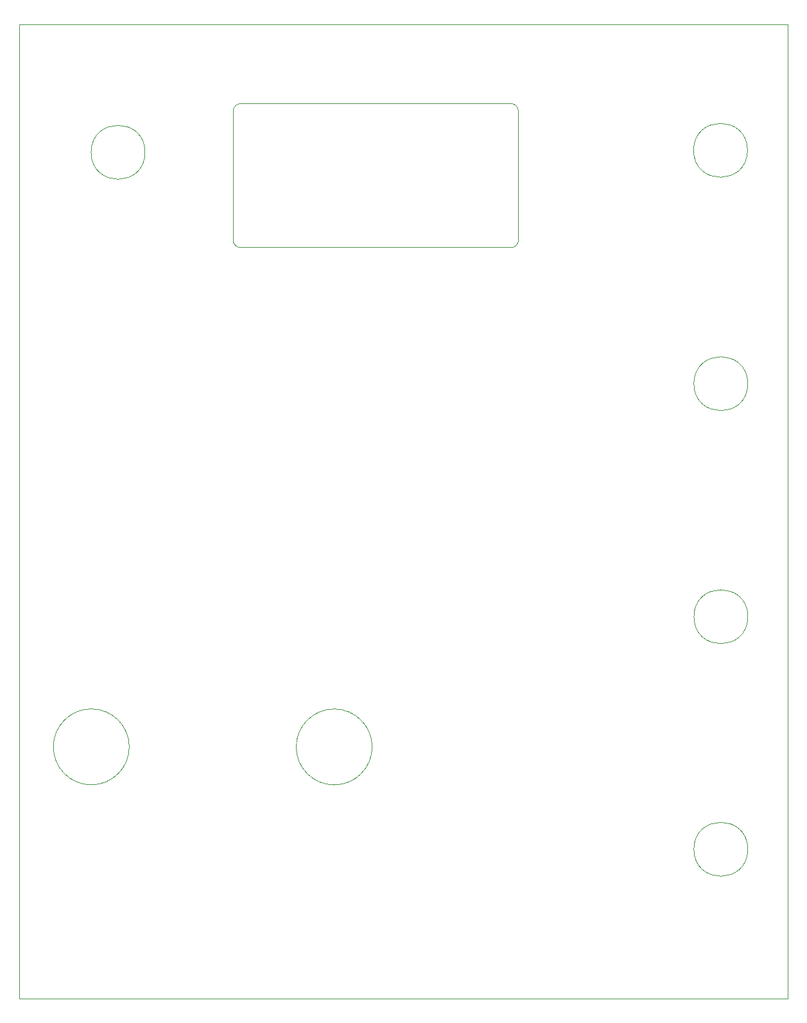
<source format=gbr>
G04 #@! TF.GenerationSoftware,KiCad,Pcbnew,(5.1.2)-1*
G04 #@! TF.CreationDate,2020-08-16T19:37:39-07:00*
G04 #@! TF.ProjectId,kicad-panel,6b696361-642d-4706-916e-656c2e6b6963,rev?*
G04 #@! TF.SameCoordinates,Original*
G04 #@! TF.FileFunction,Profile,NP*
%FSLAX46Y46*%
G04 Gerber Fmt 4.6, Leading zero omitted, Abs format (unit mm)*
G04 Created by KiCad (PCBNEW (5.1.2)-1) date 2020-08-16 19:37:39*
%MOMM*%
%LPD*%
G04 APERTURE LIST*
%ADD10C,0.050000*%
%ADD11C,0.100000*%
G04 APERTURE END LIST*
D10*
X28570001Y-28870000D02*
G75*
G03X28570001Y-28870000I-3557598J0D01*
G01*
X108060001Y-120820000D02*
G75*
G03X108060001Y-120820000I-3557598J0D01*
G01*
X108070001Y-90140000D02*
G75*
G03X108070001Y-90140000I-3557598J0D01*
G01*
X108060001Y-59400000D02*
G75*
G03X108060001Y-59400000I-3557598J0D01*
G01*
X108020001Y-28610000D02*
G75*
G03X108020001Y-28610000I-3557598J0D01*
G01*
X26490001Y-107310000D02*
G75*
G03X26490001Y-107310000I-5008493J0D01*
G01*
X58520001Y-107320000D02*
G75*
G03X58520001Y-107320000I-5008493J0D01*
G01*
D11*
X76755322Y-22410956D02*
X76851698Y-22415614D01*
X76851698Y-22415614D02*
X76939362Y-22428059D01*
X76939362Y-22428059D02*
X77021526Y-22447097D01*
X77021526Y-22447097D02*
X77099449Y-22472137D01*
X77099449Y-22472137D02*
X77171203Y-22501699D01*
X77171203Y-22501699D02*
X77238157Y-22535475D01*
X77238157Y-22535475D02*
X77300914Y-22573219D01*
X77300914Y-22573219D02*
X77360011Y-22614911D01*
X77360011Y-22614911D02*
X77415610Y-22660487D01*
X77415610Y-22660487D02*
X77461269Y-22703369D01*
X41153004Y-22410956D02*
X41153004Y-22410956D01*
X40154643Y-40413198D02*
X40154643Y-23409317D01*
X77461269Y-22703369D02*
X77510230Y-22755986D01*
X77510230Y-22755986D02*
X77555489Y-22812273D01*
X77555489Y-22812273D02*
X77596386Y-22871415D01*
X77596386Y-22871415D02*
X77633720Y-22934830D01*
X77633720Y-22934830D02*
X77667007Y-23002440D01*
X77667007Y-23002440D02*
X77696493Y-23076278D01*
X77696493Y-23076278D02*
X77720326Y-23153408D01*
X77720326Y-23153408D02*
X77738455Y-23235617D01*
X77738455Y-23235617D02*
X77750072Y-23324523D01*
X77750072Y-23324523D02*
X77753681Y-23409317D01*
X41153004Y-22410956D02*
X76755322Y-22410956D01*
X77753681Y-40413198D02*
X77749019Y-40509574D01*
X77749019Y-40509574D02*
X77736572Y-40597239D01*
X77736572Y-40597239D02*
X77717534Y-40679403D01*
X77717534Y-40679403D02*
X77692885Y-40756255D01*
X77692885Y-40756255D02*
X77663406Y-40828042D01*
X77663406Y-40828042D02*
X77629797Y-40894865D01*
X77629797Y-40894865D02*
X77592037Y-40957831D01*
X77592037Y-40957831D02*
X77549952Y-41017584D01*
X77549952Y-41017584D02*
X77504144Y-41073487D01*
X77504144Y-41073487D02*
X77461269Y-41119146D01*
X41153004Y-41411559D02*
X41056622Y-41406897D01*
X41056622Y-41406897D02*
X40968956Y-41394450D01*
X40968956Y-41394450D02*
X40886792Y-41375412D01*
X40886792Y-41375412D02*
X40811011Y-41351155D01*
X40811011Y-41351155D02*
X40739536Y-41321915D01*
X40739536Y-41321915D02*
X40670491Y-41287214D01*
X40670491Y-41287214D02*
X40607640Y-41249444D01*
X40607640Y-41249444D02*
X40548609Y-41207830D01*
X40548609Y-41207830D02*
X40492707Y-41162021D01*
X40492707Y-41162021D02*
X40447055Y-41119146D01*
X77753681Y-23409317D02*
X77753681Y-40413198D01*
X40154643Y-23409317D02*
X40159301Y-23312935D01*
X40159301Y-23312935D02*
X40171746Y-23225269D01*
X40171746Y-23225269D02*
X40190784Y-23143105D01*
X40190784Y-23143105D02*
X40215725Y-23065446D01*
X40215725Y-23065446D02*
X40244911Y-22994464D01*
X40244911Y-22994464D02*
X40278517Y-22927638D01*
X40278517Y-22927638D02*
X40316279Y-22864674D01*
X40316279Y-22864674D02*
X40358133Y-22805229D01*
X40358133Y-22805229D02*
X40403153Y-22750178D01*
X40403153Y-22750178D02*
X40447055Y-22703369D01*
X76755322Y-41411559D02*
X41153004Y-41411559D01*
X40447055Y-41119146D02*
X40398528Y-41067029D01*
X40398528Y-41067029D02*
X40353516Y-41011155D01*
X40353516Y-41011155D02*
X40312135Y-40951412D01*
X40312135Y-40951412D02*
X40274777Y-40888010D01*
X40274777Y-40888010D02*
X40241309Y-40820066D01*
X40241309Y-40820066D02*
X40211823Y-40746228D01*
X40211823Y-40746228D02*
X40187309Y-40666518D01*
X40187309Y-40666518D02*
X40169367Y-40584062D01*
X40169367Y-40584062D02*
X40157933Y-40494242D01*
X40157933Y-40494242D02*
X40154643Y-40413198D01*
X77461269Y-41119146D02*
X77408643Y-41168107D01*
X77408643Y-41168107D02*
X77352357Y-41213367D01*
X77352357Y-41213367D02*
X77293214Y-41254264D01*
X77293214Y-41254264D02*
X77230133Y-41291418D01*
X77230133Y-41291418D02*
X77161667Y-41325117D01*
X77161667Y-41325117D02*
X77086916Y-41354878D01*
X77086916Y-41354878D02*
X77009748Y-41378594D01*
X77009748Y-41378594D02*
X76927693Y-41396567D01*
X76927693Y-41396567D02*
X76837901Y-41408137D01*
X76837901Y-41408137D02*
X76755322Y-41411559D01*
X40447055Y-22703369D02*
X40499381Y-22654653D01*
X40499381Y-22654653D02*
X40555651Y-22609371D01*
X40555651Y-22609371D02*
X40614781Y-22568449D01*
X40614781Y-22568449D02*
X40682210Y-22528926D01*
X40682210Y-22528926D02*
X40749606Y-22496079D01*
X40749606Y-22496079D02*
X40821401Y-22467630D01*
X40821401Y-22467630D02*
X40898569Y-22443915D01*
X40898569Y-22443915D02*
X40980625Y-22425943D01*
X40980625Y-22425943D02*
X41069266Y-22414467D01*
X41069266Y-22414467D02*
X41153004Y-22410956D01*
D10*
X113300000Y-12000000D02*
X12000000Y-12000000D01*
X113300000Y-140500000D02*
X113300000Y-12000000D01*
X12000000Y-140500000D02*
X113300000Y-140500000D01*
X12000000Y-12000000D02*
X12000000Y-140500000D01*
M02*

</source>
